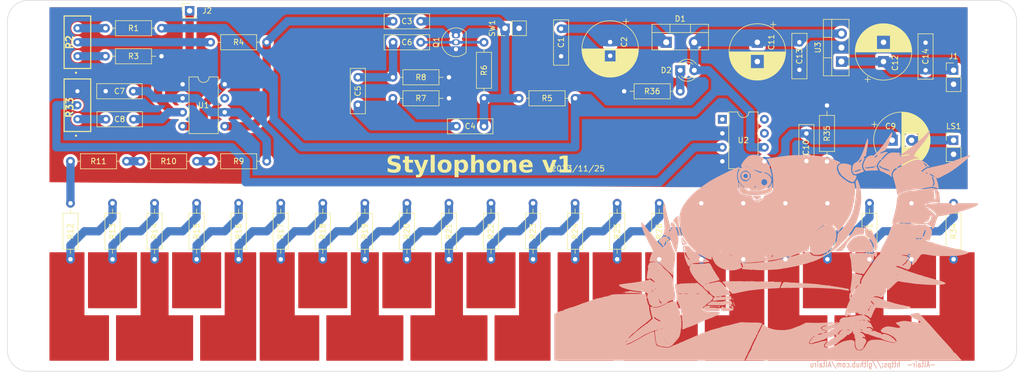
<source format=kicad_pcb>
(kicad_pcb (version 20221018) (generator pcbnew)
  (layers (0 "F.Cu" signal) (31 "B.Cu" signal) (34 "B.Paste" user) (35 "F.Paste" user) (36 "B.SilkS" user "B.Silkscreen") (37 "F.SilkS" user "F.Silkscreen") (38 "B.Mask" user) (39 "F.Mask" user) (44 "Edge.Cuts" user))
  (net 0 "")
  (net 1 "Net-(D1-K)")
  (net 2 "GND")
  (net 3 "Net-(U1-CV)")
  (net 4 "Net-(Q1-C)")
  (net 5 "Net-(C4-Pad2)")
  (net 6 "Net-(C5-Pad2)")
  (net 7 "Net-(Q1-B)")
  (net 8 "Net-(U1-THR)")
  (net 9 "Net-(R33-CCW)")
  (net 10 "Stylus")
  (net 11 "Net-(C10-Pad1)")
  (net 12 "Net-(C9-Pad2)")
  (net 13 "Net-(C10-Pad2)")
  (net 14 "+5V")
  (net 15 "VCC")
  (net 16 "Net-(D2-K)")
  (net 17 "Net-(R2-CW)")
  (net 18 "Net-(R2-CCW)")
  (net 19 "Net-(R2-WIPER)")
  (net 20 "Net-(R10-Pad1)")
  (net 21 "Net-(R10-Pad2)")
  (net 22 "Net-(R11-Pad2)")
  (net 23 "Net-(R12-Pad1)")
  (net 24 "Net-(R13-Pad1)")
  (net 25 "Net-(R14-Pad1)")
  (net 26 "Net-(R15-Pad1)")
  (net 27 "Net-(R16-Pad1)")
  (net 28 "Net-(R17-Pad1)")
  (net 29 "Net-(R18-Pad1)")
  (net 30 "Net-(R19-Pad1)")
  (net 31 "Net-(R20-Pad1)")
  (net 32 "Net-(R21-Pad1)")
  (net 33 "Net-(R22-Pad1)")
  (net 34 "Net-(R23-Pad1)")
  (net 35 "Net-(R24-Pad1)")
  (net 36 "Net-(R25-Pad1)")
  (net 37 "Net-(R26-Pad1)")
  (net 38 "Net-(R27-Pad1)")
  (net 39 "Net-(R28-Pad1)")
  (net 40 "Net-(R29-Pad1)")
  (net 41 "Net-(R30-Pad1)")
  (net 42 "Net-(R31-Pad1)")
  (net 43 "Net-(R32-Pad1)")
  (net 44 "Net-(R33-WIPER)")
  (net 49 "ps")
  (footprint "Resistor_THT:R_Axial_DIN0207_L6.3mm_D2.5mm_P10.16mm_Horizontal" (layer "F.Cu") (at 179.07 81.28 180)
    (fp_text reference "R36")
    (fp_text value "220")
  )
  (footprint "Resistor_THT:R_Axial_DIN0207_L6.3mm_D2.5mm_P10.16mm_Horizontal" (layer "F.Cu") (at 93.97 72.38)
    (fp_text reference "R4")
    (fp_text value "4.7k")
  )
  (footprint "Resistor_THT:R_Axial_DIN0207_L6.3mm_D2.5mm_P10.16mm_Horizontal" (layer "F.Cu") (at 121.92 111.76 90)
    (fp_text reference "R19")
    (fp_text value "2.2k")
  )
  (footprint "Resistor_THT:R_Axial_DIN0207_L6.3mm_D2.5mm_P10.16mm_Horizontal" (layer "F.Cu") (at 76.2 111.76 90)
    (fp_text reference "R13")
    (fp_text value "1.5k")
  )
  (footprint "Resistor_THT:R_Axial_DIN0207_L6.3mm_D2.5mm_P10.16mm_Horizontal" (layer "F.Cu") (at 85.08 69.84 180)
    (fp_text reference "R1")
    (fp_text value "1K")
  )
  (footprint "Connector_PinHeader_2.54mm:PinHeader_1x02_P2.54mm_Vertical" (layer "F.Cu") (at 228.6 90.17)
    (fp_text reference "LS1")
    (fp_text value "Speaker")
  )
  (footprint "Resistor_THT:R_Axial_DIN0207_L6.3mm_D2.5mm_P10.16mm_Horizontal" (layer "F.Cu") (at 137.16 111.76 90)
    (fp_text reference "R21")
    (fp_text value "2.4k")
  )
  (footprint "LED_THT:LED_D3.0mm" (layer "F.Cu") (at 179.07 77.47)
    (fp_text reference "D2")
    (fp_text value "LED")
  )
  (footprint "Resistor_THT:R_Axial_DIN0207_L6.3mm_D2.5mm_P10.16mm_Horizontal" (layer "F.Cu") (at 74.92 74.92)
    (fp_text reference "R3")
    (fp_text value "3.3k")
  )
  (footprint "Capacitor_THT:C_Disc_D8.0mm_W2.5mm_P5.00mm" (layer "F.Cu") (at 74.96 81.27)
    (fp_text reference "C7")
    (fp_text value "100nf")
  )
  (footprint "MountingHole:MountingHole_3.2mm_M3" (layer "F.Cu") (at 236.22 128.27)
    (fp_text reference "H4")
    (fp_text value "MountingHole")
  )
  (footprint "Capacitor_THT:CP_Radial_D10.0mm_P3.50mm" (layer "F.Cu") (at 217.48 90.17)
    (fp_text reference "C9")
    (fp_text value "100μf")
  )
  (footprint "Resistor_THT:R_Axial_DIN0207_L6.3mm_D2.5mm_P10.16mm_Horizontal" (layer "F.Cu") (at 114.3 111.76 90)
    (fp_text reference "R18")
    (fp_text value "2k")
  )
  (footprint "Resistor_THT:R_Axial_DIN0207_L6.3mm_D2.5mm_P10.16mm_Horizontal" (layer "F.Cu") (at 143.51 72.39 -90)
    (fp_text reference "R6")
    (fp_text value "10M")
  )
  (footprint "Resistor_THT:R_Axial_DIN0207_L6.3mm_D2.5mm_P10.16mm_Horizontal" (layer "F.Cu") (at 182.88 111.76 90)
    (fp_text reference "R27")
    (fp_text value "3.3k")
  )
  (footprint "Resistor_THT:R_Axial_DIN0207_L6.3mm_D2.5mm_P10.16mm_Horizontal" (layer "F.Cu") (at 106.68 111.76 90)
    (fp_text reference "R17")
    (fp_text value "68k")
  )
  (footprint "Resistor_THT:R_Axial_DIN0207_L6.3mm_D2.5mm_P10.16mm_Horizontal" (layer "F.Cu") (at 220.98 111.76 90)
    (fp_text reference "R32")
    (fp_text value "4.3k")
  )
  (footprint "Capacitor_THT:C_Disc_D8.0mm_W2.5mm_P5.00mm" (layer "F.Cu") (at 120.65 83.74 90)
    (fp_text reference "C5")
    (fp_text value "100nf")
  )
  (footprint "Resistor_THT:R_Axial_DIN0207_L6.3mm_D2.5mm_P10.16mm_Horizontal" (layer "F.Cu") (at 137.16 78.74 180)
    (fp_text reference "R8")
    (fp_text value "68k")
  )
  (footprint "Resistor_THT:R_Axial_DIN0207_L6.3mm_D2.5mm_P10.16mm_Horizontal" (layer "F.Cu") (at 99.06 111.76 90)
    (fp_text reference "R16")
    (fp_text value "1.8k")
  )
  (footprint "Resistor_THT:R_Axial_DIN0207_L6.3mm_D2.5mm_P10.16mm_Horizontal" (layer "F.Cu") (at 205.74 111.76 90)
    (fp_text reference "R30")
    (fp_text value "3.9k")
  )
  (footprint "Resistor_THT:R_Axial_DIN0207_L6.3mm_D2.5mm_P10.16mm_Horizontal" (layer "F.Cu") (at 160.02 111.76 90)
    (fp_text reference "R24")
    (fp_text value "2.7k")
  )
  (footprint "Resistor_THT:R_Axial_DIN0207_L6.3mm_D2.5mm_P10.16mm_Horizontal" (layer "F.Cu") (at 144.78 111.76 90)
    (fp_text reference "R22")
    (fp_text value "2.4k")
  )
  (footprint "SamacSys_Parts:3296W-1" (layer "F.Cu") (at 69.84 83.81 90)
    (fp_text reference "R33")
    (fp_text value "10k" hide)
  )
  (footprint "Resistor_THT:R_Axial_DIN0207_L6.3mm_D2.5mm_P10.16mm_Horizontal" (layer "F.Cu") (at 91.44 93.98 180)
    (fp_text reference "R10")
    (fp_text value "12k")
  )
  (footprint "Resistor_THT:R_Axial_DIN0207_L6.3mm_D2.5mm_P10.16mm_Horizontal" (layer "F.Cu") (at 228.6 111.76 90)
    (fp_text reference "R34")
    (fp_text value "4.7k")
  )
  (footprint "Capacitor_THT:CP_Radial_D10.0mm_P3.50mm" (layer "F.Cu") (at 215.9 75.89 90)
    (fp_text reference "C12")
    (fp_text value "560")
  )
  (footprint "Resistor_THT:R_Axial_DIN0207_L6.3mm_D2.5mm_P10.16mm_Horizontal" (layer "F.Cu") (at 68.58 111.76 90)
    (fp_text reference "R12")
    (fp_text value "1.5k")
  )
  (footprint "Capacitor_THT:C_Disc_D8.0mm_W2.5mm_P5.00mm" (layer "F.Cu") (at 75 86.35)
    (fp_text reference "C8")
    (fp_text value "100nf")
  )
  (footprint "Capacitor_THT:C_Disc_D8.0mm_W2.5mm_P5.00mm" (layer "F.Cu") (at 201.93 88.94 -90)
    (fp_text reference "C10")
    (fp_text value "47nf")
  )
  (footprint "Capacitor_THT:CP_Radial_D10.0mm_P2.50mm" (layer "F.Cu") (at 166.37 72.35 -90)
    (fp_text reference "C2")
    (fp_text value "100μf")
  )
  (footprint "Connector_PinHeader_2.54mm:PinHeader_1x01_P2.54mm_Vertical" (layer "F.Cu") (at 90.17 66.675)
    (fp_text reference "J2")
    (fp_text value "Conn_01x01_Pin")
  )
  (footprint "Resistor_THT:R_Axial_DIN0207_L6.3mm_D2.5mm_P10.16mm_Horizontal" (layer "F.Cu") (at 83.82 111.76 90)
    (fp_text reference "R14")
    (fp_text value "1.6k")
  )
  (footprint "MountingHole:MountingHole_3.2mm_M3" (layer "F.Cu") (at 236.22 68.58)
    (fp_text reference "H3")
    (fp_text value "MountingHole")
  )
  (footprint "Resistor_THT:R_Axial_DIN0207_L6.3mm_D2.5mm_P10.16mm_Horizontal" (layer "F.Cu") (at 160.02 82.55 180)
    (fp_text reference "R5")
    (fp_text value "68k")
  )
  (footprint "MountingHole:MountingHole_3.2mm_M3" (layer "F.Cu") (at 60.96 68.58)
    (fp_text reference "H1")
    (fp_text value "MountingHole")
  )
  (footprint "Resistor_THT:R_Axial_DIN0207_L6.3mm_D2.5mm_P10.16mm_Horizontal" (layer "F.Cu") (at 137.16 82.55 180)
    (fp_text reference "R7")
    (fp_text value "58k")
  )
  (footprint "Capacitor_THT:C_Disc_D8.0mm_W2.5mm_P5.00mm" (layer "F.Cu") (at 223.52 77.47 90)
    (fp_text reference "C14")
    (fp_text value "0.1")
  )
  (footprint "Package_TO_SOT_THT:TO-92_Inline" (layer "F.Cu") (at 138.43 73.66 90)
    (fp_text reference "Q1")
    (fp_text value "2N3904")
  )
  (footprint "Resistor_THT:R_Axial_DIN0207_L6.3mm_D2.5mm_P10.16mm_Horizontal" (layer "F.Cu") (at 205.66 83.86 -90)
    (fp_text reference "R35")
    (fp_text value "10")
  )
  (footprint "Resistor_THT:R_Axial_DIN0207_L6.3mm_D2.5mm_P10.16mm_Horizontal" (layer "F.Cu") (at 91.44 111.76 90)
    (fp_text reference "R15")
    (fp_text value "1.8k")
  )
  (footprint "Capacitor_THT:CP_Radial_D10.0mm_P3.50mm" (layer "F.Cu") (at 193.04 72.39 -90)
    (fp_text reference "C11")
    (fp_text value "560")
  )
  (footprint "Capacitor_THT:C_Disc_D8.0mm_W2.5mm_P5.00mm" (layer "F.Cu") (at 200.66 72.39 -90)
    (fp_text reference "C13")
    (fp_text value "0.1")
  )
  (footprint "MountingHole:MountingHole_3.2mm_M3" (layer "F.Cu") (at 60.96 128.27)
    (fp_text reference "H2")
    (fp_text value "MountingHole")
  )
  (footprint "Resistor_THT:R_Axial_DIN0207_L6.3mm_D2.5mm_P10.16mm_Horizontal" (layer "F.Cu") (at 213.36 111.76 90)
    (fp_text reference "R31")
    (fp_text value "4.3k")
  )
  (footprint "Resistor_THT:R_Axial_DIN0207_L6.3mm_D2.5mm_P10.16mm_Horizontal" (layer "F.Cu") (at 198.12 111.76 90)
    (fp_text reference "R29")
    (fp_text value "3.9k")
  )
  (footprint "Package_DIP:DIP-8_W7.62mm" (layer "F.Cu") (at 88.9 80.01)
    (fp_text reference "U1")
    (fp_text value "TLC555xP")
  )
  (footprint "Capacitor_THT:C_Disc_D8.0mm_W2.5mm_P5.00mm" (layer "F.Cu") (at 143.51 87.63 180)
    (fp_text reference "C4")
    (fp_text value "100nf")
  )
  (footprint "Resistor_THT:R_Axial_DIN0207_L6.3mm_D2.5mm_P10.16mm_Horizontal" (layer "F.Cu") (at 104.14 93.98 180)
    (fp_text reference "R9")
    (fp_text value "12k")
  )
  (footprint "Package_TO_SOT_THT:TO-220-2_Vertical" (layer "F.Cu") (at 176.53 72.39)
    (fp_text reference "D1")
    (fp_text value "１Ｎ４００７Ｇ")
  )
  (footprint "Package_DIP:DIP-8_W7.62mm" (layer "F.Cu") (at 186.7 86.37)
    (fp_text reference "U2")
    (fp_text value "LM386")
  )
  (footprint "SamacSys_Parts:3296W-1" (layer "F.Cu") (at 69.84 72.38 90)
    (fp_text reference "R2")
    (fp_text value "4k7" hide)
  )
  (footprint "Resistor_THT:R_Axial_DIN0207_L6.3mm_D2.5mm_P10.16mm_Horizontal" (layer "F.Cu") (at 190.5 111.76 90)
    (fp_text reference "R28")
    (fp_text value "3.6k")
  )
  (footprint "Resistor_THT:R_Axial_DIN0207_L6.3mm_D2.5mm_P10.16mm_Horizontal" (layer "F.Cu") (at 78.74 93.98 180)
    (fp_text reference "R11")
    (fp_text value "560")
  )
  (footprint "Resistor_THT:R_Axial_DIN0207_L6.3mm_D2.5mm_P10.16mm_Horizontal" (layer "F.Cu") (at 175.26 111.76 90)
    (fp_text reference "R26")
    (fp_text value "3k")
  )
  (footprint "Connector_PinHeader_2.54mm:PinHeader_1x02_P2.54mm_Vertical" (layer "F.Cu") (at 147.32 69.85 90)
    (fp_text reference "SW1")
    (fp_text value "SW_DIP_x01")
  )
  (footprint "Package_TO_SOT_THT:TO-220-3_Vertical" (layer "F.Cu") (at 208.28 75.89 90)
    (fp_text reference "U3")
    (fp_text value "LM7805_TO220")
  )
  (footprint "Resistor_THT:R_Axial_DIN0207_L6.3mm_D2.5mm_P10.16mm_Horizontal" (layer "F.Cu") (at 129.54 111.76 90)
    (fp_text reference "R20")
    (fp_text value "2.2k")
  )
  (footprint "Capacitor_THT:C_Disc_D8.0mm_W2.5mm_P5.00mm" (layer "F.Cu") (at 157.48 69.93 -90)
    (fp_text reference "C1")
    (fp_text value "100nf")
  )
  (footprint "Capacitor_THT:C_Disc_D8.0mm_W2.5mm_P5.00mm" (layer "F.Cu") (at 127.04 68.58)
    (fp_text reference "C3")
    (fp_text value "100nf")
  )
  (footprint "Resistor_THT:R_Axial_DIN0207_L6.3mm_D2.5mm_P10.16mm_Horizontal" (layer "F.Cu") (at 167.64 111.76 90)
    (fp_text reference "R25")
    (fp_text value "3k")
  )
  (footprint "Capacitor_THT:C_Disc_D8.0mm_W2.5mm_P5.00mm" (layer "F.Cu") (at 127.04 72.39)
    (fp_text reference "C6")
    (fp_text value "100nf")
  )
  (footprint "Connector_PinHeader_2.54mm:PinHeader_1x02_P2.54mm_Vertical" (layer "F.Cu") (at 228.6 77.465)
    (fp_text reference "J1")
    (fp_text value "Conn_01x02_Pin" hide)
  )
  (footprint "Resistor_THT:R_Axial_DIN0207_L6.3mm_D2.5mm_P10.16mm_Horizontal" (layer "F.Cu") (at 152.4 111.76 90)
    (fp_text reference "R23")
    (fp_text value "2.7k")
  )
  (footprint "Library:rapyutarobo2" (layer "B.Cu") (at 194.945 109.22 180)
    (fp_text reference "G***")
    (fp_text value "LOGO" hide)
  )
  (gr_arc (start 240.03 128.27) (mid 238.914077 130.964077) (end 236.22 132.08) (stroke (width 0.1)) (layer "Edge.Cuts"))
  (gr_line (start 236.22 64.77) (end 60.96 64.77) (stroke (width 0.1)) (layer "Edge.Cuts"))
  (gr_arc (start 236.22 64.77) (mid 238.914077 65.885923) (end 240.03 68.58) (stroke (width 0.1)) (layer "Edge.Cuts"))
  (gr_line (start 60.96 132.08) (end 236.22 132.08) (stroke (width 0.1)) (layer "Edge.Cuts"))
  (gr_line (start 57.15 68.58) (end 57.15 128.27) (stroke (width 0.1)) (layer "Edge.Cuts"))
  (gr_line (start 240.03 128.27) (end 240.03 68.58) (stroke (width 0.1)) (layer "Edge.Cuts"))
  (gr_arc (start 57.15 68.58) (mid 58.265923 65.885923) (end 60.96 64.77) (stroke (width 0.1)) (layer "Edge.Cuts"))
  (gr_arc (start 60.96 132.08) (mid 58.265923 130.964077) (end 57.15 128.27) (stroke (width 0.1)) (layer "Edge.Cuts"))
  (gr_text "-Altair-  https://github.com/Altairu" (at 225.425 131.445) (layer "B.SilkS") (effects (font (size 1 0.8)) (justify left bottom mirror)))
  (gr_text "Stylophone v1   \n" (at 125.73 96.52) (layer "F.SilkS") (effects (font (size 3 3) (thickness 0.5) bold italic) (justify left bottom)))
  (gr_text "2023/11/25" (at 155.575 95.885) (layer "F.SilkS") (effects (font (size 1 1)) (justify left bottom)))
  (segment (start 166.37 72.35) (end 166.37 71.12) (width 1.5) (layer "B.Cu") (net 1))
  (segment (start 168.87 72.35) (end 168.91 72.39) (width 1.5) (layer "B.Cu") (net 1))
  (segment (start 175.26 71.12) (end 176.53 72.39) (width 1.5) (layer "B.Cu") (net 1))
  (segment (start 163.95 69.93) (end 166.37 72.35) (width 1.5) (layer "B.Cu") (net 1))
  (segment (start 166.37 72.35) (end 164.98 72.35) (width 1.5) (layer "B.Cu") (net 1))
  (segment (start 166.37 71.12) (end 166.37 69.93) (width 1.5) (layer "B.Cu") (net 1))
  (segment (start 163.83 69.93) (end 166.37 69.93) (width 1.5) (layer "B.Cu") (net 1))
  (segment (start 176.53 72.39) (end 168.91 72.39) (width 1.5) (layer "B.Cu") (net 1))
  (segment (start 166.37 71.12) (end 175.26 71.12) (width 1.5) (layer "B.Cu") (net 1))
  (segment (start 166.37 72.35) (end 168.87 72.35) (width 1.5) (layer "B.Cu") (net 1))
  (segment (start 174.07 69.93) (end 175.26 71.12) (width 1.5) (layer "B.Cu") (net 1))
  (segment (start 157.48 69.93) (end 162.56 69.93) (width 1.5) (layer "B.Cu") (net 1))
  (segment (start 164.98 72.35) (end 162.56 69.93) (width 1.5) (layer "B.Cu") (net 1))
  (segment (start 162.56 69.93) (end 163.83 69.93) (width 1.5) (layer "B.Cu") (net 1))
  (segment (start 163.83 69.93) (end 163.95 69.93) (width 1.5) (layer "B.Cu") (net 1))
  (segment (start 166.37 69.93) (end 174.07 69.93) (width 1.5) (layer "B.Cu") (net 1))
  (segment (start 104.13 85.1) (end 101.6 87.63) (width 1.5) (layer "F.Cu") (net 3))
  (segment (start 101.6 87.63) (end 96.52 87.63) (width 1.5) (layer "F.Cu") (net 3))
  (segment (start 104.13 72.38) (end 104.13 85.1) (width 1.5) (layer "F.Cu") (net 3))
  (segment (start 127.04 68.58) (end 107.93 68.58) (width 1.5) (layer "B.Cu") (net 3))
  (segment (start 107.93 68.58) (end 104.13 72.38) (width 1.5) (layer "B.Cu") (net 3))
  (segment (start 146.05 68.58) (end 140.97 68.58) (width 1.5) (layer "B.Cu") (net 4))
  (segment (start 132.04 68.58) (end 135.89 68.58) (width 0.5) (layer "B.Cu") (net 4))
  (segment (start 137.16 68.58) (end 132.04 68.58) (width 1.5) (layer "B.Cu") (net 4))
  (segment (start 138.43 69.85) (end 139.7 69.85) (width 0.5) (layer "B.Cu") (net 4))
  (segment (start 143.51 82.55) (end 147.32 82.55) (width 1.5) (layer "B.Cu") (net 4))
  (segment (start 143.51 87.63) (end 143.51 82.55) (width 1.5) (layer "B.Cu") (net 4))
  (segment (start 147.32 69.85) (end 146.05 68.58) (width 1.5) (layer "B.Cu") (net 4))
  (segment (start 138.43 68.58) (end 137.16 68.58) (width 1.5) (layer "B.Cu") (net 4))
  (segment (start 147.32 82.55) (end 149.86 82.55) (width 1.5) (layer "B.Cu") (net 4))
  (segment (start 139.7 68.58) (end 138.43 68.58) (width 1.5) (layer "B.Cu") (net 4))
  (segment (start 147.32 82.55) (end 147.32 69.85) (width 1.5) (layer "B.Cu") (net 4))
  (segment (start 137.16 68.58) (end 138.43 69.85) (width 1.5) (layer "B.Cu") (net 4))
  (segment (start 139.7 69.85) (end 140.97 68.58) (width 0.5) (layer "B.Cu") (net 4))
  (segment (start 138.43 71.12) (end 137.16 69.85) (width 0.5) (layer "B.Cu") (net 4))
  (segment (start 140.97 68.58) (end 139.7 68.58) (width 1.5) (layer "B.Cu") (net 4))
  (segment (start 135.89 68.58) (end 137.16 69.85) (width 0.5) (layer "B.Cu") (net 4))
  (segment (start 138.43 71.12) (end 138.43 68.58) (width 0.5) (layer "B.Cu") (net 4))
  (segment (start 138.43 71.12) (end 139.7 69.85) (width 0.5) (layer "B.Cu") (net 4))
  (segment (start 139.7 68.58) (end 138.43 69.85) (width 1.5) (layer "B.Cu") (net 4))
  (segment (start 137.16 69.85) (end 138.43 69.85) (width 0.5) (layer "B.Cu") (net 4))
  (segment (start 127 82.55) (end 127 83.82) (width 1.5) (layer "B.Cu") (net 5))
  (segment (start 121.92 86.36) (end 127 86.36) (width 1.5) (layer "B.Cu") (net 5))
  (segment (start 127 85.09) (end 127 86.36) (width 1.5) (layer "B.Cu") (net 5))
  (segment (start 126.92 83.74) (end 127 83.82) (width 1.5) (layer "B.Cu") (net 5))
  (segment (start 120.65 85.09) (end 121.92 86.36) (width 1.5) (layer "B.Cu") (net 5))
  (segment (start 129.54 87.63) (end 128.27 87.63) (width 1.5) (layer "B.Cu") (net 5))
  (segment (start 120.65 83.74) (end 126.92 83.74) (width 1.5) (layer "B.Cu") (net 5))
  (segment (start 127 83.82) (end 128.27 85.09) (width 1.5) (layer "B.Cu") (net 5))
  (segment (start 120.65 85.09) (end 127 85.09) (width 1.5) (layer "B.Cu") (net 5))
  (segment (start 128.905 85.725) (end 127.635 86.995) (width 1.5) (layer "B.Cu") (net 5))
  (segment (start 128.27 85.09) (end 128.905 85.725) (width 1.5) (layer "B.Cu") (net 5))
  (segment (start 129.54 86.36) (end 129.54 87.63) (width 1.5) (layer "B.Cu") (net 5))
  (segment (start 128.27 87.63) (end 127 87.63) (width 1.5) (layer "B.Cu") (net 5))
  (segment (start 127 86.36) (end 127.635 86.995) (width 1.5) (layer "B.Cu") (net 5))
  (segment (start 128.905 85.725) (end 129.54 86.36) (width 1.5) (layer "B.Cu") (net 5))
  (segment (start 127 83.82) (end 127 85.09) (width 1.5) (layer "B.Cu") (net 5))
  (segment (start 128.27 85.09) (end 127 86.36) (width 1.5) (layer "B.Cu") (net 5))
  (segment (start 128.905 85.725) (end 130.81 87.63) (width 1.5) (layer "B.Cu") (net 5))
  (segment (start 120.65 83.74) (end 120.65 85.09) (width 1.5) (layer "B.Cu") (net 5))
  (segment (start 138.51 87.63) (end 130.81 87.63) (width 1.5) (layer "B.Cu") (net 5))
  (segment (start 127.635 86.995) (end 128.27 87.63) (width 1.5) (layer "B.Cu") (net 5))
  (segment (start 127 87.63) (end 123.19 87.63) (width 1.5) (layer "B.Cu") (net 5))
  (segment (start 130.81 87.63) (end 129.54 87.63) (width 1.5) (layer "B.Cu") (net 5))
  (segment (start 121.92 86.36) (end 123.19 87.63) (width 1.5) (layer "B.Cu") (net 5))
  (segment (start 127 86.36) (end 127 87.63) (width 1.5) (layer "B.Cu") (net 5))
  (segment (start 127 78.74) (end 120.65 78.74) (width 1.5) (layer "B.Cu") (net 6))
  (segment (start 127.04 78.7) (end 127 78.74) (width 1.5) (layer "B.Cu") (net 6))
  (segment (start 127.04 72.39) (end 127.04 78.7) (width 1.5) (layer "B.Cu") (net 6))
  (segment (start 138.43 72.39) (end 143.51 72.39) (width 0.5) (layer "B.Cu") (net 7))
  (segment (start 138.43 72.39) (end 132.04 72.39) (width 0.5) (layer "B.Cu") (net 7))
  (segment (start 99.06 85.09) (end 96.52 85.09) (width 1.5) (layer "B.Cu") (net 8))
  (segment (start 91.44 82.55) (end 93.98 85.09) (width 1.5) (layer "B.Cu") (net 8))
  (segment (start 79.96 81.27) (end 82.54 81.27) (width 1.5) (layer "B.Cu") (net 8))
  (segment (start 104.14 90.17) (end 99.06 85.09) (width 1.5) (layer "B.Cu") (net 8))
  (segment (start 88.9 82.55) (end 91.44 82.55) (width 1.5) (layer "B.Cu") (net 8))
  (segment (start 82.54 81.27) (end 83.82 82.55) (width 1.5) (layer "B.Cu") (net 8))
  (segment (start 83.82 82.55) (end 88.9 82.55) (width 1.5) (layer "B.Cu") (net 8))
  (segment (start 93.98 85.09) (end 96.52 85.09) (width 1.5) (layer "B.Cu") (net 8))
  (segment (start 104.14 93.98) (end 104.14 90.17) (width 1.5) (layer "B.Cu") (net 8))
  (segment (start 75 86.35) (end 69.84 86.35) (width 1.5) (layer "B.Cu") (net 9))
  (segment (start 84.455 82.55) (end 86.995 85.09) (width 1.5) (layer "F.Cu") (net 10))
  (segment (start 90.17 66.675) (end 90.17 74.93) (width 1.5) (layer "F.Cu") (net 10))
  (segment (start 84.455 80.645) (end 84.455 82.55) (width 1.5) (layer "F.Cu") (net 10))
  (segment (start 86.995 85.09) (end 88.9 85.09) (width 1.5) (layer "F.Cu") (net 10))
  (segment (start 90.17 74.93) (end 84.455 80.645) (width 1.5) (layer "F.Cu") (net 10))
  (segment (start 85.08 86.35) (end 85.09 86.36) (width 1.5) (layer "B.Cu") (net 10))
  (segment (start 80 86.35) (end 85.08 86.35) (width 1.5) (layer "B.Cu") (net 10))
  (segment (start 86.36 85.09) (end 88.9 85.09) (width 1.5) (layer "B.Cu") (net 10))
  (segment (start 85.09 86.36) (end 86.36 85.09) (width 1.5) (layer "B.Cu") (net 10))
  (segment (start 217.13 88.94) (end 201.93 88.94) (width 1.5) (layer "B.Cu") (net 11))
  (segment (start 217.17 88.9) (end 217.48 89.21) (width 1.5) (layer "B.Cu") (net 11))
  (segment (start 199.35 88.94) (end 201.93 88.94) (width 1.5) (layer "B.Cu") (net 11))
  (segment (start 198.12 92.71) (end 198.12 90.17) (width 1.5) (layer "B.Cu") (net 11))
  (segment (start 217.48 89.21) (end 217.48 90.17) (width 1.5) (layer "B.Cu") (net 11))
  (segment (start 217.17 88.9) (end 217.13 88.94) (width 1.5) (layer "B.Cu") (net 11))
  (segment (start 198.12 90.17) (end 199.35 88.94) (width 1.5) (layer "B.Cu") (net 11))
  (segment (start 203.16 90.17) (end 201.93 88.94) (width 1.5) (layer "B.Cu") (net 11))
  (segment (start 217.48 90.17) (end 203.16 90.17) (width 1.5) (layer "B.Cu") (net 11))
  (segment (start 196.84 93.99) (end 198.12 92.71) (width 1.5) (layer "B.Cu") (net 11))
  (segment (start 194.32 93.99) (end 196.84 93.99) (width 1.5) (layer "B.Cu") (net 11))
  (segment (start 220.98 90.17) (end 228.6 90.17) (width 1.5) (layer "B.Cu") (net 12))
  (segment (start 205.58 93.94) (end 205.66 94.02) (width 1.5) (layer "B.Cu") (net 13))
  (segment (start 201.93 93.94) (end 205.58 93.94) (width 1.5) (layer "B.Cu") (net 13))
  (segment (start 92.71 83.82) (end 96.52 80.01) (width 1.5) (layer "F.Cu") (net 14))
  (segment (start 88.9 87.63) (end 91.44 87.63) (width 1.5) (layer "F.Cu") (net 14))
  (segment (start 92.71 86.36) (end 92.71 83.82) (width 1.5) (layer "F.Cu") (net 14))
  (segment (start 91.44 87.63) (end 92.71 86.36) (width 1.5) (layer "F.Cu") (net 14))
  (segment (start 96.52 69.85) (end 96.51 69.84) (width 1.5) (layer "B.Cu") (net 14))
  (segment (start 186.69 72.39) (end 189.23 72.39) (width 1.5) (layer "B.Cu") (net 14))
  (segment (start 196.85 70.81) (end 195.58 70.81) (width 1.5) (layer "B.Cu") (net 14))
  (segment (start 160.02 85.09) (end 165.1 85.09) (width 1.5) (layer "B.Cu") (net 14))
  (segment (start 96.52 71.12) (end 96.52 69.85) (width 1.5) (layer "B.Cu") (net 14))
  (segment (start 190.5 70.81) (end 189.23 70.81) (width 1.5) (layer "B.Cu") (net 14))
  (segment (start 104.14 80.01) (end 105.41 81.28) (width 1.5) (layer "B.Cu") (net 14))
  (segment (start 185.42 81.28) (end 187.96 81.28) (width 1.5) (layer "B.Cu") (net 14))
  (segment (start 95.25 69.84) (end 96.51 69.84) (width 1.5) (layer "B.Cu") (net 14))
  (segment (start 101.6 74.93) (end 105.41 78.74) (width 1.5) (layer "B.Cu") (net 14))
  (segment (start 97.79 80.01) (end 96.52 80.01) (width 1.5) (layer "B.Cu") (net 14))
  (segment (start 104.14 77.47) (end 104.14 80.01) (width 1.5) (layer "B.Cu") (net 14))
  (segment (start 189.23 72.39) (end 191.77 72.39) (width 1.5) (layer "B.Cu") (net 14))
  (segment (start 186.055 80.645) (end 187.325 80.645) (width 1.5) (layer "B.Cu") (net 14))
  (segment (start 194.31 70.81) (end 194.31 72.39) (width 1.5) (layer "B.Cu") (net 14))
  (segment (start 110.49 91.44) (end 105.41 86.36) (width 1.5) (layer "B.Cu") (net 14))
  (segment (start 187.96 70.81) (end 187.96 71.12) (width 1.5) (layer "B.Cu") (net 14))
  (segment (start 193.04 70.81) (end 190.5 70.81) (width 1.5) (layer "B.Cu") (net 14))
  (segment (start 196.85 72.39) (end 198.12 72.39) (width 1.5) (layer "B.Cu") (net 14))
  (segment (start 95.25 69.85) (end 96.52 71.12) (width 1.5) (layer "B.Cu") (net 14))
  (segment (start 85.08 69.84) (end 95.25 69.84) (width 1.5) (layer "B.Cu") (net 14))
  (segment (start 96.52 80.01) (end 96.52 71.12) (width 1.5) (layer "B.Cu") (net 14))
  (segment (start 195.58 71.12) (end 196.85 72.39) (width 1.5) (layer "B.Cu") (net 14))
  (segment (start 193.04 72.39) (end 193.04 70.81) (width 1.5) (layer "B.Cu") (net 14))
  (segment (start 191.78 91.45) (end 191.77 91.44) (width 1.5) (layer "B.Cu") (net 14))
  (segment (start 160.02 82.55) (end 160.02 91.44) (width 1.5) (layer "B.Cu") (net 14))
  (segment (start 185.42 81.28) (end 186.055 80.645) (width 1.5) (layer "B.Cu") (net 14))
  (segment (start 102.87 77.47) (end 102.235 76.835) (width 1.5) (layer "B.Cu") (net 14))
  (segment (start 100.33 78.74) (end 100.33 80.01) (width 1.5) (layer "B.Cu") (net 14))
  (segment (start 198.12 70.81) (end 196.85 70.81) (width 1.5) (layer "B.Cu") (net 14))
  (segment (start 183.19 70.81) (end 181.61 72.39) (width 1.5) (layer "B.Cu") (net 14))
  (segment (start 185.42 81.28) (end 185.42 78.74) (width 1.5) (layer "B.Cu") (net 14))
  (segment (start 100.33 73.66) (end 100.33 78.74) (width 1.5) (layer "B.Cu") (net 14))
  (segment (start 100.33 80.01) (end 99.06 80.01) (width 1.5) (layer "B.Cu") (net 14))
  (segment (start 100.33 78.74) (end 101.6 80.01) (width 1.5) (layer "B.Cu") (net 14))
  (segment (start 99.06 80.01) (end 97.79 80.01) (width 1.5) (layer "B.Cu") (net 14))
  (segment (start 189.23 70.81) (end 189.23 72.39) (width 1.5) (layer "B.Cu") (net 14))
  (segment (start 96.51 69.84) (end 97.79 71.12) (width 1.5) (layer "B.Cu") (net 14))
  (segment (start 187.325 80.645) (end 185.42 78.74) (width 1.5) (layer "B.Cu") (net 14))
  (segment (start 101.6 80.01) (end 101.6 74.93) (width 1.5) (layer "B.Cu") (net 14))
  (segment (start 184.15 72.39) (end 185.42 72.39) (width 1.5) (layer "B.Cu") (net 14))
  (segment (start 194.31 70.81) (end 193.04 70.81) (width 1.5) (layer "B.Cu") (net 14))
  (segment (start 181.61 72.39) (end 181.61 77.47) (width 1.5) (layer "B.Cu") (net 14))
  (segment (start 102.87 80.01) (end 101.6 80.01) (width 1.5) (layer "B.Cu") (net 14))
  (segment (start 198.12 71.12) (end 199.39 72.39) (width 1.5) (layer "B.Cu") (net 14))
  (segment (start 102.235 76.835) (end 102.235 75.565) (width 1.5) (layer "B.Cu") (net 14))
  (segment (start 199.39 70.81) (end 198.12 70.81) (width 1.5) (layer "B.Cu") (net 14))
  (segment (start 185.42 70.81) (end 185.42 72.39) (width 1.5) (layer "B.Cu") (net 14))
  (segment (start 186.69 70.81) (end 185.42 70.81) (width 1.5) (layer "B.Cu") (net 14))
  (segment (start 103.505 76.835) (end 104.14 77.47) (width 1.5) (layer "B.Cu") (net 14))
  (segment (start 196.85 71.12) (end 198.12 72.39) (width 1.5) (layer "B.Cu") (net 14))
  (segment (start 191.77 85.09) (end 187.96 81.28) (width 1.5) (layer "B.Cu") (net 14))
  (segment (start 97.79 71.12) (end 97.79 80.01) (width 1.5) (layer "B.Cu") (net 14))
  (segment (start 199.39 70.81) (end 199.39 71.12) (width 1.5) (layer "B.Cu") (net 14))
  (segment (start 191.77 72.39) (end 194.31 72.39) (width 1.5) (layer "B.Cu") (net 14))
  (segment (start 160.02 82.55) (end 162.56 82.55) (width 1.5) (layer "B.Cu") (net 14))
  (segment (start 181.61 85.09) (end 185.42 81.28) (width 1.5) (layer "B.Cu") (net 14))
  (segment (start 181.61 72.39) (end 184.15 72.39) (width 1.5) (layer "B.Cu") (net 14))
  (segment (start 105.41 78.74) (end 105.41 81.28) (width 1.5) (layer "B.Cu") (net 14))
  (segment (start 199.39 72.39) (end 200.66 72.39) (width 1.5) (layer "B.Cu") (net 14))
  (segment (start 201.93 70.81) (end 199.39 70.81) (width 1.5) (layer "B.Cu") (net 14))
  (segment (start 198.12 72.39) (end 199.39 72.39) (width 1.5) (layer "B.Cu") (net 14))
  (segment (start 184.15 77.47) (end 181.61 77.47) (width 1.5) (layer "B.Cu") (net 14))
  (segment (start 162.56 83.82) (end 162.56 85.09) (width 1.5) (layer "B.Cu") (net 14))
  (segment (start 196.85 70.81) (end 196.85 71.12) (width 1.5) (layer "B.Cu") (net 14))
  (segment (start 160.02 83.82) (end 160.02 85.09) (width 1.5) (layer "B.Cu") (net 14))
  (segment (start 187.96 71.12) (end 189.23 72.39) (width 1.5) (layer "B.Cu") (net 14))
  (segment (start 194.31 72.39) (end 196.85 72.39) (width 1.5) (layer "B.Cu") (net 14))
  (segment (start 191.77 91.44) (end 191.77 85.09) (width 1.5) (layer "B.Cu") (net 14))
  (segment (start 101.6 74.93) (end 102.235 75.565) (width 1.5) (layer "B.Cu") (net 14))
  (segment (start 187.96 70.81) (end 186.69 70.81) (width 1.5) (layer "B.Cu") (net 14))
  (segment (start 185.42 72.39) (end 186.69 72.39) (width 1.5) (layer "B.Cu") (net 14))
  (segment (start 160.02 82.55) (end 160.02 83.82) (width 1.5) (layer "B.Cu") (net 14))
  (segment (start 189.23 70.81) (end 190.19 70.81) (width 1.5) (layer "B.Cu") (net 14))
  (segment (start 101.6 80.01) (end 100.33 80.01) (width 1.5) (layer "B.Cu") (net 14))
  (segment (start 200.66 72.39) (end 201.93 71.12) (width 1.5) (layer "B.Cu") (net 14))
  (segment (start 208.28 70.81) (end 201.93 70.81) (width 1.5) (layer "B.Cu") (net 14))
  (segment (start 105.41 86.36) (end 105.41 81.28) (width 1.5) (layer "B.Cu") (net 14))
  (segment (start 102.87 77.47) (end 103.505 76.835) (width 1.5) (layer "B.Cu") (net 14))
  (segment (start 191.46 70.81) (end 193.04 72.39) (width 1.5) (layer "B.Cu") (net 14))
  (segment (start 99.06 80.01) (end 99.06 72.39) (width 1.5) (layer "B.Cu") (net 14))
  (segment (start 165.1 85.09) (end 181.61 85.09) (width 1.5) (layer "B.Cu") (net 14))
  (segment (start 104.14 80.01) (end 102.87 80.01) (width 1.5) (layer "B.Cu") (net 14))
  (segment (start 195.58 70.81) (end 195.58 71.12) (width 1.5) (layer "B.Cu") (net 14))
  (segment (start 100.33 73.66) (end 101.6 74.93) (width 1.5) (layer "B.Cu") (net 14))
  (segment (start 187.96 81.28) (end 187.325 80.645) (width 1.5) (layer "B.Cu") (net 14))
  (segment (start 95.25 69.84) (end 95.25 69.85) (width 1.5) (layer "B.Cu") (net 14))
  (segment (start 184.15 70.81) (end 183.19 70.81) (width 1.5) (layer "B.Cu") (net 14))
  (segment (start 160.02 83.82) (end 162.56 83.82) (width 1.5) (layer "B.Cu") (net 14))
  (segment (start 99.06 80.01) (end 100.33 78.74) (width 1.5) (layer "B.Cu") (net 14))
  (segment (start 185.42 78.74) (end 184.15 77.47) (width 1.5) (layer "B.Cu") (net 14))
  (segment (start 102.87 80.01) (end 102.87 77.47) (width 1.5) (layer "B.Cu") (net 14))
  (segment (start 195.58 70.81) (end 194.31 70.81) (width 1.5) (layer "B.Cu") (net 14))
  (segment (start 189.23 70.81) (end 187.96 70.81) (width 1.5) (layer "B.Cu") (net 14))
  (segment (start 186.69 72.39) (end 186.69 70.81) (width 1.5) (layer "B.Cu") (net 14))
  (segment (start 185.42 70.81) (end 184.15 70.81) (width 1.5) (layer "B.Cu") (net 14))
  (segment (start 102.235 75.565) (end 103.505 76.835) (width 1.5) (layer "B.Cu") (net 14))
  (segment (start 184.15 70.81) (end 184.15 72.39) (width 1.5) (layer "B.Cu") (net 14))
  (segment (start 99.06 72.39) (end 100.33 73.66) (width 1.5) (layer "B.Cu") (net 14))
  (segment (start 160.02 91.44) (end 110.49 91.44) (width 1.5) (layer "B.Cu") (net 14))
  (segment (start 97.79 71.12) (end 99.06 72.39) (width 1.5) (layer "B.Cu") (net 14))
  (segment (start 201.93 71.12) (end 201.93 70.81) (width 1.5) (layer "B.Cu") (net 14))
  (segment (start 190.5 70.81) (end 191.46 70.81) (width 1.5) (layer "B.Cu") (net 14))
  (segment (start 162.56 82.55) (end 165.1 85.09) (width 1.5) (layer "B.Cu") (net 14))
  (segment (start 194.32 91.45) (end 191.78 91.45) (width 1.5) (layer "B.Cu") (net 14))
  (segment (start 199.39 71.12) (end 200.66 72.39) (width 1.5) (layer "B.Cu") (net 14))
  (segment (start 190.19 70.81) (end 191.77 72.39) (width 1.5) (layer "B.Cu") (net 14))
  (segment (start 162.56 82.55) (end 162.56 83.82) (width 1.5) (layer "B.Cu") (net 14))
  (segment (start 198.12 70.81) (end 198.12 71.12) (width 1.5) (layer "B.Cu") (net 14))
  (segment (start 218.44 77.47) (end 217.48 77.47) (width 1.5) (layer "B.Cu") (net 15))
  (segment (start 228.6 75.89) (end 228.6 77.465) (width 1.5) (layer "B.Cu") (net 15))
  (segment (start 224.79 75.89) (end 223.52 75.89) (width 1.5) (layer "B.Cu") (net 15))
  (segment (start 228.6 75.89) (end 226.06 75.89) (width 1.5) (layer "B.Cu") (net 15))
  (segment (start 222.25 75.89) (end 222.25 77.47) (width 1.5) (layer "B.Cu") (net 15))
  (segment (start 220.98 75.89) (end 220.98 77.47) (width 1.5) (layer "B.Cu") (net 15))
  (segment (start 219.71 75.89) (end 219.71 77.47) (width 1.5) (layer "B.Cu") (net 15))
  (segment (start 219.71 77.47) (end 218.44 77.47) (width 1.5) (layer "B.Cu") (net 15))
  (segment (start 223.52 77.47) (end 224.79 77.47) (width 1.5) (layer "B.Cu") (net 15))
  (segment (start 227.025 77.465) (end 227.02 77.47) (width 1.5) (layer "B.Cu") (net 15))
  (segment (start 226.06 76.51) (end 227.02 77.47) (width 1.5) (layer "B.Cu") (net 15))
  (segment (start 223.52 77.47) (end 222.25 77.47) (width 1.5) (layer "B.Cu") (net 15))
  (segment (start 227.02 77.47) (end 228.6 75.89) (width 1.5) (layer "B.Cu") (net 15))
  (segment (start 224.79 77.47) (end 227.02 77.47) (width 1.5) (layer "B.Cu") (net 15))
  (segment (start 228.6 77.465) (end 227.025 77.465) (width 1.5) (layer "B.Cu") (net 15))
  (segment (start 218.44 75.89) (end 218.44 77.47) (width 1.5) (layer "B.Cu") (net 15))
  (segment (start 222.25 75.89) (end 220.98 75.89) (width 1.5) (layer "B.Cu") (net 15))
  (segment (start 226.06 75.89) (end 224.79 75.89) (width 1.5) (layer "B.Cu") (net 15))
  (segment (start 218.44 75.89) (end 215.9 75.89) (width 1.5) (layer "B.Cu") (net 15))
  (segment (start 223.52 75.89) (end 222.25 75.89) (width 1.5) (layer "B.Cu") (net 15))
  (segment (start 220.98 77.47) (end 219.71 77.47) (width 1.5) (layer "B.Cu") (net 15))
  (segment (start 208.28 75.89) (end 215.9 75.89) (width 1.5) (layer "B.Cu") (net 15))
  (segment (start 220.98 75.89) (end 219.71 75.89) (width 1.5) (layer "B.Cu") (net 15))
  (segment (start 224.79 75.89) (end 224.79 77.47) (width 1.5) (layer "B.Cu") (net 15))
  (segment (start 223.52 75.89) (end 223.52 77.47) (width 1.5) (layer "B.Cu") (net 15))
  (segment (start 222.25 77.47) (end 220.98 77.47) (width 1.5) (layer "B.Cu") (net 15))
  (segment (start 219.71 75.89) (end 218.44 75.89) (width 1.5) (layer "B.Cu") (net 15))
  (segment (start 215.9 75.89) (end 217.48 77.47) (width 1.5) (layer "B.Cu") (net 15))
  (segment (start 226.06 75.89) (end 226.06 76.51) (width 1.5) (layer "B.Cu") (net 15))
  (segment (start 179.07 77.47) (end 179.07 81.28) (width 1.5) (layer "B.Cu") (net 16))
  (segment (start 74.92 69.84) (end 69.84 69.84) (width 1.5) (layer "B.Cu") (net 17))
  (segment (start 74.92 74.92) (end 69.84 74.92) (width 1.5) (layer "B.Cu") (net 18))
  (segment (start 93.97 72.38) (end 69.84 72.38) (width 1.5) (layer "B.Cu") (net 19))
  (segment (start 91.44 93.98) (end 93.98 93.98) (width 1.5) (layer "B.Cu") (net 20))
  (segment (start 78.74 93.98) (end 81.28 93.98) (width 1.5) (layer "B.Cu") (net 21))
  (segment (start 68.58 93.98) (end 68.58 101.6) (width 1.5) (layer "B.Cu") (net 22))
  (segment (start 73.66 106.68) (end 76.2 104.14) (width 1.5) (layer "B.Cu") (net 23))
  (segment (start 68.58 111.76) (end 68.58 109.22) (width 1.5) (layer "B.Cu") (net 23))
  (segment (start 68.58 109.22) (end 71.12 106.68) (width 1.5) (layer "B.Cu") (net 23))
  (segment (start 76.2 104.14) (end 76.2 101.6) (width 1.5) (layer "B.Cu") (net 23))
  (segment (start 71.12 106.68) (end 73.66 106.68) (width 1.5) (layer "B.Cu") (net 23))
  (segment (start 76.2 111.76) (end 76.2 109.22) (width 1.5) (layer "B.Cu") (net 24))
  (segment (start 78.74 106.68) (end 81.28 106.68) (width 1.5) (layer "B.Cu") (net 24))
  (segment (start 76.2 109.22) (end 78.74 106.68) (width 1.5) (layer "B.Cu") (net 24))
  (segment (start 81.28 106.68) (end 83.82 104.14) (width 1.5) (layer "B.Cu") (net 24))
  (segment (start 83.82 104.14) (end 83.82 101.6) (width 1.5) (layer "B.Cu") (net 24))
  (segment (start 86.36 106.68) (end 88.9 106.68) (width 1.5) (layer "B.Cu") (net 25))
  (segment (start 91.44 104.14) (end 91.44 101.6) (width 1.5) (layer "B.Cu") (net 25))
  (segment (start 83.82 111.76) (end 83.82 109.22) (width 1.5) (layer "B.Cu") (net 25))
  (segment (start 88.9 106.68) (end 91.44 104.14) (width 1.5) (layer "B.Cu") (net 25))
  (segment (start 83.82 109.22) (end 86.36 106.68) (width 1.5) (layer "B.Cu") (net 25))
  (segment (start 93.98 106.68) (end 96.52 106.68) (width 1.5) (layer "B.Cu") (net 26))
  (segment (start 91.44 111.76) (end 91.44 109.22) (width 1.5) (layer "B.Cu") (net 26))
  (segment (start 99.06 104.14) (end 99.06 101.6) (width 1.5) (layer "B.Cu") (net 26))
  (segment (start 96.52 106.68) (end 99.06 104.14) (width 1.5) (layer "B.Cu") (net 26))
  (segment (start 91.44 109.22) (end 93.98 106.68) (width 1.5) (layer "B.Cu") (net 26))
  (segment (start 99.06 111.76) (end 99.06 109.22) (width 1.5) (layer "B.Cu") (net 27))
  (segment (start 101.6 106.68) (end 104.14 106.68) (width 1.5) (layer "B.Cu") (net 27))
  (segment (start 106.68 104.14) (end 106.68 101.6) (width 1.5) (layer "B.Cu") (net 27))
  (segment (start 99.06 109.22) (end 101.6 106.68) (width 1.5) (layer "B.Cu") (net 27))
  (segment (start 104.14 106.68) (end 106.68 104.14) (width 1.5) (layer "B.Cu") (net 27))
  (segment (start 114.3 104.14) (end 114.3 101.6) (width 1.5) (layer "B.Cu") (net 28))
  (segment (start 111.76 106.68) (end 114.3 104.14) (width 1.5) (layer "B.Cu") (net 28))
  (segment (start 106.68 111.76) (end 106.68 109.22) (width 1.5) (layer "B.Cu") (net 28))
  (segment (start 109.22 106.68) (end 111.76 106.68) (width 1.5) (layer "B.Cu") (net 28))
  (segment (start 106.68 109.22) (end 109.22 106.68) (width 1.5) (layer "B.Cu") (net 28))
  (segment (start 114.3 111.76) (end 114.3 109.22) (width 1.5) (layer "B.Cu") (net 29))
  (segment (start 119.38 106.68) (end 121.92 104.14) (width 1.5) (layer "B.Cu") (net 29))
  (segment (start 116.84 106.68) (end 119.38 106.68) (width 1.5) (layer "B.Cu") (net 29))
  (segment (start 121.92 104.14) (end 121.92 101.6) (width 1.5) (layer "B.Cu") (net 29))
  (segment (start 114.3 109.22) (end 116.84 106.68) (width 1.5) (layer "B.Cu") (net 29))
  (segment (start 129.54 104.14) (end 129.54 101.6) (width 1.5) (layer "B.Cu") (net 30))
  (segment (start 121.92 111.76) (end 121.92 109.22) (width 1.5) (layer "B.Cu") (net 30))
  (segment (start 121.92 109.22) (end 124.46 106.68) (width 1.5) (layer "B.Cu") (net 30))
  (segment (start 124.46 106.68) (end 127 106.68) (width 1.5) (layer "B.Cu") (net 30))
  (segment (start 127 106.68) (end 129.54 104.14) (width 1.5) (layer "B.Cu") (net 30))
  (segment (start 134.62 106.68) (end 137.16 104.14) (width 1.5) (layer "B.Cu") (net 31))
  (segment (start 129.54 109.22) (end 132.08 106.68) (width 1.5) (layer "B.Cu") (net 31))
  (segment (start 129.54 111.76) (end 129.54 109.22) (width 1.5) (layer "B.Cu") (net 31))
  (segment (start 132.08 106.68) (end 134.62 106.68) (width 1.5) (layer "B.Cu") (net 31))
  (segment (start 137.16 104.14) (end 137.16 101.6) (width 1.5) (layer "B.Cu") (net 31))
  (segment (start 137.16 111.76) (end 137.16 109.22) (width 1.5) (layer "B.Cu") (net 32))
  (segment (start 137.16 109.22) (end 139.7 106.68) (width 1.5) (layer "B.Cu") (net 32))
  (segment (start 142.24 106.68) (end 144.78 104.14) (width 1.5) (layer "B.Cu") (net 32))
  (segment (start 144.78 104.14) (end 144.78 101.6) (width 1.5) (layer "B.Cu") (net 32))
  (segment (start 139.7 106.68) (end 142.24 106.68) (width 1.5) (layer "B.Cu") (net 32))
  (segment (start 149.86 106.68) (end 152.4 104.14) (width 1.5) (layer "B.Cu") (net 33))
  (segment (start 144.78 111.76) (end 144.78 109.22) (width 1.5) (layer "B.Cu") (net 33))
  (segment (start 147.32 106.68) (end 149.86 106.68) (width 1.5) (layer "B.Cu") (net 33))
  (segment (start 144.78 109.22) (end 147.32 106.68) (width 1.5) (layer "B.Cu") (net 33))
  (segment (start 152.4 104.14) (end 152.4 101.6) (width 1.5) (layer "B.Cu") (net 33))
  (segment (start 152.4 109.22) (end 154.94 106.68) (width 1.5) (layer "B.Cu") (net 34))
  (segment (start 160.02 104.14) (end 160.02 101.6) (width 1.5) (layer "B.Cu") (net 34))
  (segment (start 152.4 111.76) (end 152.4 109.22) (width 1.5) (layer "B.Cu") (net 34))
  (segment (start 154.94 106.68) (end 157.48 106.68) (width 1.5) (layer "B.Cu") (net 34))
  (segment (start 157.48 106.68) (end 160.02 104.14) (width 1.5) (layer "B.Cu") (net 34))
  (segment (start 160.02 111.76) (end 160.02 109.22) (width 1.5) (layer "B.Cu") (net 35))
  (segment (start 165.1 106.68) (end 167.64 104.14) (width 1.5) (layer "B.Cu") (net 35))
  (segment (start 167.64 104.14) (end 167.64 101.6) (width 1.5) (layer "B.Cu") (net 35))
  (segment (start 162.56 106.68) (end 165.1 106.68) (width 1.5) (layer "B.Cu") (net 35))
  (segment (start 160.02 109.22) (end 162.56 106.68) (width 1.5) (layer "B.Cu") (net 35))
  (segment (start 172.72 106.68) (end 175.26 104.14) (width 1.5) (layer "B.Cu") (net 36))
  (segment (start 167.64 111.76) (end 167.64 109.22) (width 1.5) (layer "B.Cu") (net 36))
  (segment (start 175.26 104.14) (end 175.26 101.6) (width 1.5) (layer "B.Cu") (net 36))
  (segment (start 170.18 106.68) (end 172.72 106.68) (width 1.5) (layer "B.Cu") (net 36))
  (segment (start 167.64 109.22) (end 170.18 106.68) (width 1.5) (layer "B.Cu") (net 36))
  (segment (start 175.26 109.22) (end 177.8 106.68) (width 1.5) (layer "B.Cu") (net 37))
  (segment (start 177.8 106.68) (end 180.34 106.68) (width 1.5) (layer "B.Cu") (net 37))
  (segment (start 175.26 111.76) (end 175.26 109.22) (width 1.5) (layer "B.Cu") (net 37))
  (segment (start 182.88 104.14) (end 182.88 101.6) (width 1.5) (layer "B.Cu") (net 37))
  (segment (start 180.34 106.68) (end 182.88 104.14) (width 1.5) (layer "B.Cu") (net 37))
  (segment (start 187.96 106.68) (end 190.5 104.14) (width 1.5) (layer "B.Cu") (net 38))
  (segment (start 185.42 106.68) (end 187.96 106.68) (width 1.5) (layer "B.Cu") (net 38))
  (segment (start 182.88 109.22) (end 185.42 106.68) (width 1.5) (layer "B.Cu") (net 38))
  (segment (start 182.88 111.76) (end 182.88 109.22) (width 1.5) (layer "B.Cu") (net 38))
  (segment (start 190.5 104.14) (end 190.5 101.6) (width 1.5) (layer "B.Cu") (net 38))
  (segment (start 195.58 106.68) (end 198.12 104.14) (width 1.5) (layer "B.Cu") (net 39))
  (segment (start 198.12 104.14) (end 198.12 101.6) (width 1.5) (layer "B.Cu") (net 39))
  (segment (start 190.5 111.76) (end 190.5 109.22) (width 1.5) (layer "B.Cu") (net 39))
  (segment (start 193.04 106.68) (end 195.58 106.68) (width 1.5) (layer "B.Cu") (net 39))
  (segment (start 190.5 109.22) (end 193.04 106.68) (width 1.5) (layer "B.Cu") (net 39))
  (segment (start 203.2 106.68) (end 205.74 104.14) (width 1.5) (layer "B.Cu") (net 40))
  (segment (start 198.12 111.76) (end 198.12 109.22) (width 1.5) (layer "B.Cu") (net 40))
  (segment (start 200.66 106.68) (end 203.2 106.68) (width 1.5) (layer "B.Cu") (net 40))
  (segment (start 198.12 109.22) (end 200.66 106.68) (width 1.5) (layer "B.Cu") (net 40))
  (segment (start 205.74 104.14) (end 205.74 101.6) (width 1.5) (layer "B.Cu") (net 40))
  (segment (start 213.36 104.14) (end 213.36 101.6) (width 1.5) (layer "B.Cu") (net 41))
  (segment (start 205.74 111.76) (end 205.74 109.22) (width 1.5) (layer "B.Cu") (net 41))
  (segment (start 208.28 106.68) (end 210.82 106.68) (width 1.5) (layer "B.Cu") (net 41))
  (segment (start 205.74 109.22) (end 208.28 106.68) (width 1.5) (layer "B.Cu") (net 41))
  (segment (start 210.82 106.68) (end 213.36 104.14) (width 1.5) (layer "B.Cu") (net 41))
  (segment (start 218.44 106.68) (end 220.98 104.14) (width 1.5) (layer "B.Cu") (net 42))
  (segment (start 213.36 109.22) (end 215.9 106.68) (width 1.5) (layer "B.Cu") (net 42))
  (segment (start 213.36 111.76) (end 213.36 109.22) (width 1.5) (layer "B.Cu") (net 42))
  (segment (start 215.9 106.68) (end 218.44 106.68) (width 1.5) (layer "B.Cu") (net 42))
  (segment (start 220.98 104.14) (end 220.98 101.6) (width 1.5) (layer "B.Cu") (net 42))
  (segment (start 228.6 104.14) (end 228.6 101.6) (width 1.5) (layer "B.Cu") (net 43))
  (segment (start 220.98 111.76) (end 220.98 109.22) (width 1.5) (layer "B.Cu") (net 43))
  (segment (start 226.06 106.68) (end 228.6 104.14) (width 1.5) (layer "B.Cu") (net 43))
  (segment (start 220.98 109.22) (end 223.52 106.68) (width 1.5) (layer "B.Cu") (net 43))
  (segment (start 223.52 106.68) (end 226.06 106.68) (width 1.5) (layer "B.Cu") (net 43))
  (segment (start 181.6 91.45) (end 186.7 91.45) (width 1.5) (layer "B.Cu") (net 44))
  (segment (start 97.79 91.44) (end 100.33 93.98) (width 1.5) (layer "B.Cu") (net 44))
  (segment (start 100.33 97.79) (end 175.26 97.79) (width 1.5) (layer "B.Cu") (net 44))
  (segment (start 66.04 91.44) (end 97.79 91.44) (width 1.5) (layer "B.Cu") (net 44))
  (segment (start 100.33 93.98) (end 100.33 97.79) (width 1.5) (layer "B.Cu") (net 44))
  (segment (start 66.05 83.81) (end 66.04 83.82) (width 1.5) (layer "B.Cu") (net 44))
  (segment (start 175.26 97.79) (end 181.6 91.45) (width 1.5) (layer "B.Cu") (net 44))
  (segment (start 66.04 83.82) (end 66.04 91.44) (width 1.5) (layer "B.Cu") (net 44))
  (segment (start 69.84 83.81) (end 66.05 83.81) (width 1.5) (layer "B.Cu") (net 44))
  (zone (net 36) (net_name "Net-(R25-Pad1)") (layer "F.Cu") (priority 13) (connect_pads yes (clearance 0.5)) (min_thickness 0.25) (fill yes (thermal_gap 0.5) (thermal_bridge_width 0.5) (island_removal_mode 1) (island_area_min 10))
    (polygon (pts (xy 163.195 110.49) (xy 172.085 110.49) (xy 172.085 120.65) (xy 163.195 120.65)))
  )
  (zone (net 37) (net_name "Net-(R26-Pad1)") (layer "F.Cu") (priority 15) (connect_pads yes (clearance 0.5)) (min_thickness 0.25) (fill yes (thermal_gap 0.5) (thermal_bridge_width 0.5) (island_removal_mode 1) (island_area_min 10))
    (polygon (pts (xy 172.72 110.49) (xy 177.8 110.49) (xy 177.8 121.92) (xy 182.245 121.92) (xy 182.245 130.175) (xy 168.91 130.175) (xy 168.91 121.92) (xy 172.72 121.92)))
  )
  (zone (net 32) (net_name "Net-(R21-Pad1)") (layer "F.Cu") (priority 10) (connect_pads yes (clearance 0.5)) (min_thickness 0.25) (fill yes (thermal_gap 0.5) (thermal_bridge_width 0.5) (island_removal_mode 1) (island_area_min 10))
    (polygon (pts (xy 134.62 110.49) (xy 134.62 121.92) (xy 130.175 121.92) (xy 130.175 130.175) (xy 144.145 130.175) (xy 144.145 121.92) (xy 139.7 121.92) (xy 139.7 110.49)))
  )
  (zone (net 28) (net_name "Net-(R17-Pad1)") (layer "F.Cu") (priority 6) (connect_pads yes (clearance 0.5)) (min_thickness 0.25) (fill yes (thermal_gap 0.5) (thermal_bridge_width 0.5) (island_removal_mode 1) (island_area_min 10))
    (polygon (pts (xy 102.87 110.49) (xy 109.22 110.49) (xy 109.22 121.92) (xy 113.665 121.92) (xy 113.665 130.175) (xy 102.87 130.175)))
  )
  (zone (net 30) (net_name "Net-(R19-Pad1)") (layer "F.Cu") (priority 8) (connect_pads yes (clearance 0.5)) (min_thickness 0.25) (fill yes (thermal_gap 0.5) (thermal_bridge_width 0.5) (island_removal_mode 1) (island_area_min 10))
    (polygon (pts (xy 119.38 110.49) (xy 119.38 121.92) (xy 114.935 121.92) (xy 114.935 130.175) (xy 128.905 130.175) (xy 128.905 121.92) (xy 124.46 121.92) (xy 124.46 110.49)))
  )
  (zone (net 25) (net_name "Net-(R14-Pad1)") (layer "F.Cu") (priority 3) (connect_pads yes (clearance 0.5)) (min_thickness 0.25) (fill yes (thermal_gap 0.5) (thermal_bridge_width 0.5) (island_removal_mode 1) (island_area_min 10))
    (polygon (pts (xy 81.28 110.49) (xy 86.36 110.49) (xy 86.36 121.92) (xy 90.805 121.92) (xy 90.805 130.175) (xy 76.835 130.175) (xy 76.835 121.92) (xy 81.28 121.92)))
  )
  (zone (net 26) (net_name "Net-(R15-Pad1)") (layer "F.Cu") (priority 4) (connect_pads yes (clearance 0.5)) (min_thickness 0.25) (fill yes (thermal_gap 0.5) (thermal_bridge_width 0.5))
    (polygon (pts (xy 86.995 110.49) (xy 95.885 110.49) (xy 95.885 120.65) (xy 86.995 120.65)))
  )
  (zone (net 34) (net_name "Net-(R23-Pad1)") (layer "F.Cu") (priority 12) (connect_pads yes (clearance 0.5)) (min_thickness 0.25) (fill yes (thermal_gap 0.5) (thermal_bridge_width 0.5) (island_removal_mode 1) (island_area_min 10))
    (polygon (pts (xy 149.86 110.49) (xy 155.575 110.49) (xy 155.575 130.175) (xy 145.415 130.175) (xy 145.415 121.92) (xy 149.86 121.92)))
  )
  (zone (net 2) (net_name "GND") (layer "F.Cu") (priority 23) (connect_pads yes (clearance 0.5)) (min_thickness 0.25) (fill yes (thermal_gap 0.5) (thermal_bridge_width 0.5) (island_removal_mode 1) (island_area_min 10))
    (polygon (pts (xy 64.77 66.04) (xy 231.14 66.04) (xy 231.14 99.06) (xy 64.77 97.79)))
  )
  (zone (net 35) (net_name "Net-(R24-Pad1)") (layer "F.Cu") (priority 14) (connect_pads yes (clearance 0.5)) (min_thickness 0.25) (fill yes (thermal_gap 0.5) (thermal_bridge_width 0.5) (island_removal_mode 1) (island_area_min 10))
    (polygon (pts (xy 156.845 110.49) (xy 162.56 110.49) (xy 162.56 121.92) (xy 167.005 121.92) (xy 167.005 130.175) (xy 156.845 130.175)))
  )
  (zone (net 38) (net_name "Net-(R27-Pad1)") (layer "F.Cu") (priority 16) (connect_pads yes (clearance 0.5)) (min_thickness 0.25) (fill yes (thermal_gap 0.5) (thermal_bridge_width 0.5) (island_removal_mode 1) (island_area_min 10))
    (polygon (pts (xy 178.435 110.49) (xy 187.325 110.49) (xy 187.325 120.65) (xy 178.435 120.65)))
  )
  (zone (net 31) (net_name "Net-(R20-Pad1)") (layer "F.Cu") (priority 9) (connect_pads yes (clearance 0.5)) (min_thickness 0.25) (fill yes (thermal_gap 0.5) (thermal_bridge_width 0.5) (island_removal_mode 1) (island_area_min 10))
    (polygon (pts (xy 125.095 110.49) (xy 133.985 110.49) (xy 133.985 120.65) (xy 125.095 120.65)))
  )
  (zone (net 39) (net_name "Net-(R28-Pad1)") (layer "F.Cu") (priority 17) (connect_pads yes (clearance 0.5)) (min_thickness 0.25) (fill yes (thermal_gap 0.5) (thermal_bridge_width 0.5) (island_removal_mode 1) (island_area_min 10))
    (polygon (pts (xy 187.96 110.49) (xy 194.31 110.49) (xy 194.31 130.175) (xy 183.515 130.175) (xy 183.515 121.92) (xy 187.96 121.92)))
  )
  (zone (net 33) (net_name "Net-(R22-Pad1)") (layer "F.Cu") (priority 11) (connect_pads yes (clearance 0.5)) (min_thickness 0.25) (fill yes (thermal_gap 0.5) (thermal_bridge_width 0.5) (island_removal_mode 1) (island_area_min 10))
    (polygon (pts (xy 140.335 110.49) (xy 140.335 120.65) (xy 149.225 120.65) (xy 149.225 110.49)))
  )
  (zone (net 40) (net_name "Net-(R29-Pad1)") (layer "F.Cu") (priority 18) (connect_pads yes (clearance 0.5)) (min_thickness 0.25) (fill yes (thermal_gap 0.5) (thermal_bridge_width 0.5) (island_removal_mode 1) (island_area_min 10))
    (polygon (pts (xy 194.945 110.49) (xy 194.945 130.175) (xy 205.74 130.175) (xy 205.74 121.92) (xy 200.66 121.92) (xy 200.66 110.49)))
  )
  (zone (net 29) (net_name "Net-(R18-Pad1)") (layer "F.Cu") (priority 7) (connect_pads yes (clearance 0.5)) (min_thickness 0.25) (fill yes (thermal_gap 0.5) (thermal_bridge_width 0.5) (island_removal_mode 1) (island_area_min 10))
    (polygon (pts (xy 109.855 110.49) (xy 118.745 110.49) (xy 118.745 120.65) (xy 109.855 120.65)))
  )
  (zone (net 23) (net_name "Net-(R12-Pad1)") (layer "F.Cu") (priority 1) (connect_pads yes (clearance 0.5)) (min_thickness 0.25) (fill yes (thermal_gap 0.5) (thermal_bridge_width 0.5))
    (polygon (pts (xy 64.77 110.49) (xy 71.12 110.49) (xy 71.12 121.92) (xy 75.565 121.92) (xy 75.565 130.175) (xy 64.77 130.175)))
  )
  (zone (net 24) (net_name "Net-(R13-Pad1)") (layer "F.Cu") (priority 2) (connect_pads yes (clearance 0.5)) (min_thickness 0.25) (fill yes (thermal_gap 0.5) (thermal_bridge_width 0.5))
    (polygon (pts (xy 71.755 110.49) (xy 80.645 110.49) (xy 80.645 120.65) (xy 71.755 120.65)))
  )
  (zone (net 49) (net_name "ps") (layer "F.Cu") (priority 22) (connect_pads yes (clearance 0.5)) (min_thickness 0.25) (fill yes (thermal_gap 0.5) (thermal_bridge_width 0.5) (island_removal_mode 1) (island_area_min 10))
    (polygon (pts (xy 226.06 110.49) (xy 232.41 110.49) (xy 232.41 130.175) (xy 222.25 130.175) (xy 222.25 121.92) (xy 226.06 121.92)))
  )
  (zone (net 27) (net_name "Net-(R16-Pad1)") (layer "F.Cu") (priority 5) (connect_pads yes (clearance 0.5)) (min_thickness 0.25) (fill yes (thermal_gap 0.5) (thermal_bridge_width 0.5) (island_removal_mode 1) (island_area_min 10))
    (polygon (pts (xy 96.52 110.49) (xy 102.235 110.49) (xy 102.235 130.175) (xy 92.075 130.175) (xy 92.075 121.92) (xy 96.52 121.92)))
  )
  (zone (net 42) (net_name "Net-(R31-Pad1)") (layer "F.Cu") (priority 20) (connect_pads yes (clearance 0.5)) (min_thickness 0.25) (fill yes (thermal_gap 0.5) (thermal_bridge_width 0.5) (island_removal_mode 1) (island_area_min 10))
    (polygon (pts (xy 210.82 110.49) (xy 210.82 121.92) (xy 207.01 121.92) (xy 207.01 130.175) (xy 220.98 130.175) (xy 220.98 121.92) (xy 215.9 121.92) (xy 215.9 110.49)))
  )
  (zone (net 41) (net_name "Net-(R30-Pad1)") (layer "F.Cu") (priority 19) (connect_pads yes (clearance 0.5)) (min_thickness 0.25) (fill yes (thermal_gap 0.5) (thermal_bridge_width 0.5) (island_removal_mode 1) (island_area_min 10))
    (polygon (pts (xy 201.295 110.49) (xy 210.185 110.49) (xy 210.185 120.65) (xy 201.295 120.65)))
  )
  (zone (net 43) (net_name "Net-(R32-Pad1)") (layer "F.Cu") (priority 21) (connect_pads yes (clearance 0.5)) (min_thickness 0.25) (fill yes (thermal_gap 0.5) (thermal_bridge_width 0.5) (island_removal_mode 1) (island_area_min 10))
    (polygon (pts (xy 216.535 110.49) (xy 225.425 110.49) (xy 225.425 120.65) (xy 216.535 120.65)))
  )
  (zone (net 2) (net_name "GND") (layer "B.Cu") (connect_pads yes (clearance 0.5)) (min_thickness 0.25) (fill yes (thermal_gap 0.5) (thermal_bridge_width 0.5))
    (polygon (pts (xy 64.77 66.04) (xy 231.14 66.04) (xy 231.14 99.06) (xy 64.77 97.79)))
  )
)
</source>
